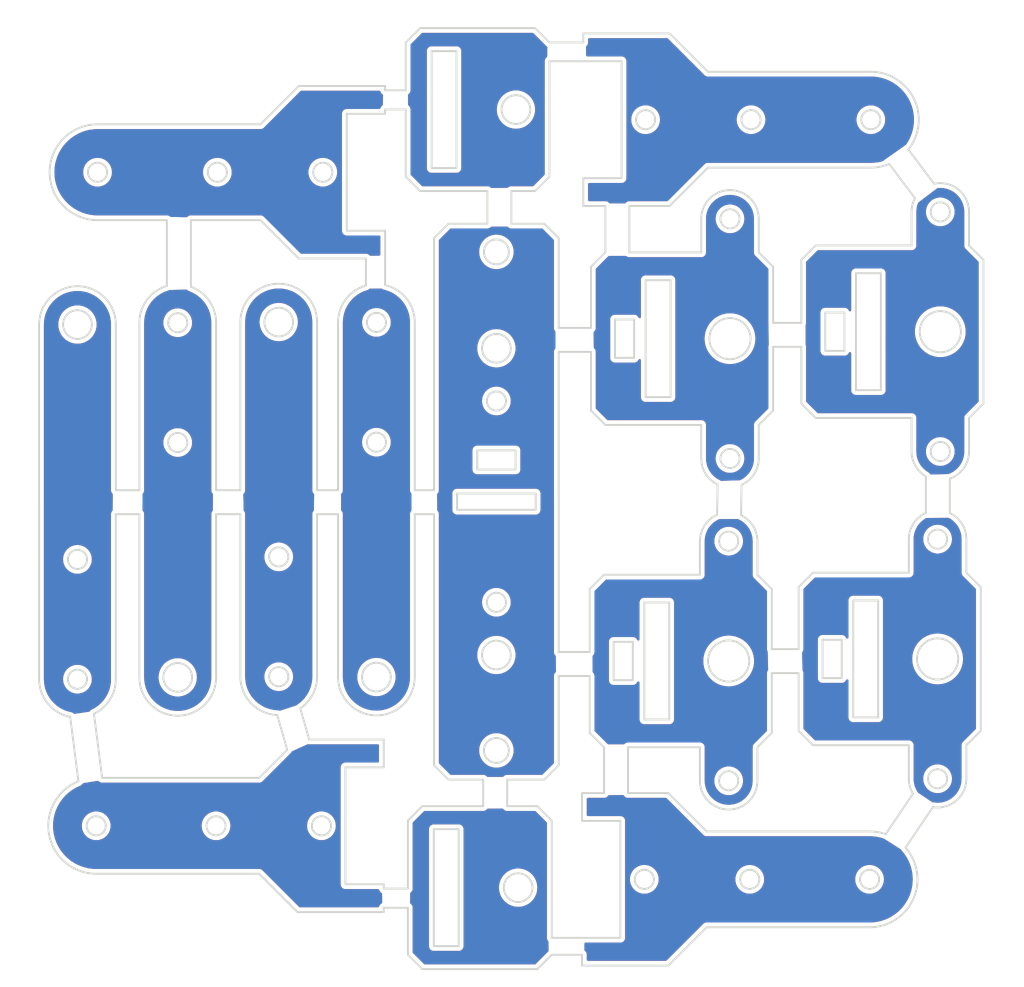
<source format=kicad_pcb>
(kicad_pcb (version 20240108) (generator "pcbnew") (generator_version "8.0")
  (layers (0 "F.Cu" signal) (31 "B.Cu" signal) (34 "B.Paste" user) (35 "F.Paste" user) (36 "B.SilkS" user "B.Silkscreen") (37 "F.SilkS" user "F.Silkscreen") (38 "B.Mask" user) (39 "F.Mask" user) (44 "Edge.Cuts" user))
  (net 0 "")
  (gr_line (start 125.236735 60.799989) (end 125.236635 72.999989) (stroke (width 0.2)) (layer "Edge.Cuts"))
  (gr_circle (center 165.081101 117.889912) (end 167.231101 117.889912) (stroke (width 0.2)) (fill none) (layer "Edge.Cuts"))
  (gr_line (start 147.348989 73.765765) (end 147.348913 83.143153) (stroke (width 0.2)) (layer "Edge.Cuts"))
  (gr_line (start 131.388075 53.360657) (end 131.388034 58.350039) (stroke (width 0.2)) (layer "Edge.Cuts"))
  (gr_line (start 149.913615 52.418484) (end 149.913607 53.360779) (stroke (width 0.2)) (layer "Edge.Cuts"))
  (gr_circle (center 107.602102 95.099617) (end 108.602102 95.099617) (stroke (width 0.2)) (fill none) (layer "Edge.Cuts"))
  (gr_line (start 149.780333 148.536892) (end 149.780324 149.670884) (stroke (width 0.2)) (layer "Edge.Cuts"))
  (gr_arc (start 111.601902 119.59965) (mid 107.601869 123.599617) (end 103.601902 119.599584) (stroke (width 0.2)) (layer "Edge.Cuts"))
  (gr_line (start 133.117436 133.036756) (end 139.472186 133.036808) (stroke (width 0.2)) (layer "Edge.Cuts"))
  (gr_circle (center 128.332265 95.066638) (end 129.332265 95.066638) (stroke (width 0.2)) (fill none) (layer "Edge.Cuts"))
  (gr_line (start 174.879245 115.675942) (end 174.879212 119.675942) (stroke (width 0.2)) (layer "Edge.Cuts"))
  (gr_line (start 183.879127 130.176015) (end 183.879126 130.176015) (stroke (width 0.2)) (layer "Edge.Cuts"))
  (gr_line (start 162.218535 96.762063) (end 162.218534 96.762063) (stroke (width 0.2)) (layer "Edge.Cuts"))
  (gr_line (start 153.913491 67.518516) (end 153.913591 55.318516) (stroke (width 0.2)) (layer "Edge.Cuts"))
  (gr_line (start 129.236755 58.350021) (end 129.236758 57.900021) (stroke (width 0.2)) (layer "Edge.Cuts"))
  (gr_line (start 191.659991 91.036357) (end 191.660113 76.036357) (stroke (width 0.2)) (layer "Edge.Cuts"))
  (gr_arc (start 179.913584 56.418728) (mid 184.417523 59.247518) (end 183.825202 64.533034) (stroke (width 0.2)) (layer "Edge.Cuts"))
  (gr_line (start 178.360102 77.436248) (end 178.360002 89.636248) (stroke (width 0.2)) (layer "Edge.Cuts"))
  (gr_line (start 190.159979 92.536345) (end 191.659991 91.036357) (stroke (width 0.2)) (layer "Edge.Cuts"))
  (gr_circle (center 167.280397 140.671027) (end 168.280397 140.671027) (stroke (width 0.2)) (fill none) (layer "Edge.Cuts"))
  (gr_line (start 155.081085 119.88983) (end 155.081118 115.88983) (stroke (width 0.2)) (layer "Edge.Cuts"))
  (gr_line (start 122.139124 82.529918) (end 122.138981 100.072932) (stroke (width 0.2)) (layer "Edge.Cuts"))
  (gr_line (start 101.139859 100.072932) (end 101.14 82.790066) (stroke (width 0.2)) (layer "Edge.Cuts"))
  (gr_line (start 150.718698 76.76197) (end 152.21871 75.261982) (stroke (width 0.2)) (layer "Edge.Cuts"))
  (gr_line (start 149.913468 70.418484) (end 149.913491 67.518484) (stroke (width 0.2)) (layer "Edge.Cuts"))
  (gr_line (start 184.159979 92.536296) (end 174.159979 92.536214) (stroke (width 0.2)) (layer "Edge.Cuts"))
  (gr_line (start 162.218534 96.762063) (end 162.218563 93.262064) (stroke (width 0.2)) (layer "Edge.Cuts"))
  (gr_line (start 181.457353 135.960737) (end 184.315799 131.734677) (stroke (width 0.2)) (layer "Edge.Cuts"))
  (gr_line (start 172.379167 125.175921) (end 172.379216 119.153283) (stroke (width 0.2)) (layer "Edge.Cuts"))
  (gr_line (start 108.968624 71.899856) (end 108.968624 78.840244) (stroke (width 0.2)) (layer "Edge.Cuts"))
  (gr_arc (start 166.374449 102.682974) (mid 167.618899 103.789881) (end 168.081203 105.389936) (stroke (width 0.2)) (layer "Edge.Cuts"))
  (gr_line (start 142.405142 68.860747) (end 142.405142 72.265724) (stroke (width 0.2)) (layer "Edge.Cuts"))
  (gr_line (start 111.602041 102.572932) (end 111.601902 119.59965) (stroke (width 0.2)) (layer "Edge.Cuts"))
  (gr_line (start 111.602204 82.599648) (end 111.602062 100.072932) (stroke (width 0.2)) (layer "Edge.Cuts"))
  (gr_circle (center 165.080999 130.389912) (end 166.080999 130.389912) (stroke (width 0.2)) (fill none) (layer "Edge.Cuts"))
  (gr_line (start 156.281151 111.78984) (end 156.281052 123.98984) (stroke (width 0.2)) (layer "Edge.Cuts"))
  (gr_line (start 136.687968 66.4607) (end 136.688067 54.2607) (stroke (width 0.2)) (layer "Edge.Cuts"))
  (gr_line (start 153.218653 82.26199) (end 153.21862 86.26199) (stroke (width 0.2)) (layer "Edge.Cuts"))
  (gr_line (start 114.138822 119.529853) (end 114.13896 102.572932) (stroke (width 0.2)) (layer "Edge.Cuts"))
  (gr_line (start 141.972186 130.265721) (end 141.972186 133.036829) (stroke (width 0.2)) (layer "Edge.Cuts"))
  (gr_line (start 147.348637 116.95407) (end 150.581101 116.95407) (stroke (width 0.2)) (layer "Edge.Cuts"))
  (gr_line (start 146.617309 148.536867) (end 149.780333 148.536892) (stroke (width 0.2)) (layer "Edge.Cuts"))
  (gr_line (start 129.096256 141.186082) (end 129.096252 141.636082) (stroke (width 0.2)) (layer "Edge.Cuts"))
  (gr_arc (start 168.218534 96.762113) (mid 167.73043 98.402325) (end 166.424972 99.508814) (stroke (width 0.2)) (layer "Edge.Cuts"))
  (gr_line (start 162.081028 126.889887) (end 154.581028 126.889826) (stroke (width 0.2)) (layer "Edge.Cuts"))
  (gr_line (start 147.348913 83.143153) (end 150.718636 83.143153) (stroke (width 0.2)) (layer "Edge.Cuts"))
  (gr_line (start 149.780471 131.670884) (end 152.080989 131.670903) (stroke (width 0.2)) (layer "Edge.Cuts"))
  (gr_line (start 158.881151 111.789861) (end 156.281151 111.78984) (stroke (width 0.2)) (layer "Edge.Cuts"))
  (gr_line (start 139.472186 130.2657) (end 135.848528 130.265671) (stroke (width 0.2)) (layer "Edge.Cuts"))
  (gr_line (start 169.718575 91.762125) (end 168.218563 93.262113) (stroke (width 0.2)) (layer "Edge.Cuts"))
  (gr_line (start 129.236611 75.900021) (end 129.236589 78.670183) (stroke (width 0.2)) (layer "Edge.Cuts"))
  (gr_line (start 125.096256 141.186049) (end 129.096256 141.186082) (stroke (width 0.2)) (layer "Edge.Cuts"))
  (gr_line (start 99.096264 140.085837) (end 116.096265 140.085976) (stroke (width 0.2)) (layer "Edge.Cuts"))
  (gr_line (start 154.581028 126.889826) (end 154.580989 131.670923) (stroke (width 0.2)) (layer "Edge.Cuts"))
  (gr_line (start 134.088067 54.260679) (end 134.087968 66.460679) (stroke (width 0.2)) (layer "Edge.Cuts"))
  (gr_circle (center 167.413541 61.418627) (end 168.413541 61.418627) (stroke (width 0.2)) (fill none) (layer "Edge.Cuts"))
  (gr_line (start 136.917317 147.636787) (end 136.917416 135.436787) (stroke (width 0.2)) (layer "Edge.Cuts"))
  (gr_line (start 162.218563 93.262064) (end 152.218563 93.261982) (stroke (width 0.2)) (layer "Edge.Cuts"))
  (gr_line (start 153.081118 115.889814) (end 153.081085 119.889814) (stroke (width 0.2)) (layer "Edge.Cuts"))
  (gr_line (start 134.34854 128.765659) (end 134.348754 102.572932) (stroke (width 0.2)) (layer "Edge.Cuts"))
  (gr_line (start 136.688067 54.2607) (end 134.088067 54.260679) (stroke (width 0.2)) (layer "Edge.Cuts"))
  (gr_line (start 183.879302 108.676015) (end 183.87933 105.176019) (stroke (width 0.2)) (layer "Edge.Cuts"))
  (gr_line (start 129.096252 141.636082) (end 131.617366 141.636103) (stroke (width 0.2)) (layer "Edge.Cuts"))
  (gr_line (start 98.861712 123.400388) (end 99.716902 130.085842) (stroke (width 0.2)) (layer "Edge.Cuts"))
  (gr_line (start 142.848792 97.915728) (end 142.848809 95.915728) (stroke (width 0.2)) (layer "Edge.Cuts"))
  (gr_circle (center 107.601902 119.599617) (end 109.101902 119.599617) (stroke (width 0.2)) (fill none) (layer "Edge.Cuts"))
  (gr_circle (center 140.848978 75.209473) (end 142.148978 75.209473) (stroke (width 0.2)) (fill none) (layer "Edge.Cuts"))
  (gr_arc (start 185.652188 98.629898) (mid 184.559628 97.532423) (end 184.15995 96.036295) (stroke (width 0.2)) (layer "Edge.Cuts"))
  (gr_line (start 158.913615 52.418557) (end 149.913615 52.418484) (stroke (width 0.2)) (layer "Edge.Cuts"))
  (gr_line (start 120.096232 144.086009) (end 129.096232 144.086082) (stroke (width 0.2)) (layer "Edge.Cuts"))
  (gr_line (start 152.218563 93.261982) (end 150.718554 91.761948) (stroke (width 0.2)) (layer "Edge.Cuts"))
  (gr_arc (start 93.14 82.79) (mid 97.140033 78.790033) (end 101.14 82.790066) (stroke (width 0.2)) (layer "Edge.Cuts"))
  (gr_line (start 191.379167 125.176076) (end 191.37929 110.176076) (stroke (width 0.2)) (layer "Edge.Cuts"))
  (gr_line (start 172.660113 76.036202) (end 172.66006 82.613478) (stroke (width 0.2)) (layer "Edge.Cuts"))
  (gr_circle (center 187.160052 83.53632) (end 189.310052 83.53632) (stroke (width 0.2)) (fill none) (layer "Edge.Cuts"))
  (gr_arc (start 162.081203 105.389889) (mid 162.569306 103.749676) (end 163.874765 102.643186) (stroke (width 0.2)) (layer "Edge.Cuts"))
  (gr_line (start 162.780356 145.670991) (end 179.780356 145.671129) (stroke (width 0.2)) (layer "Edge.Cuts"))
  (gr_arc (start 129.236589 78.670183) (mid 131.464221 80.078368) (end 132.332367 82.566671) (stroke (width 0.2)) (layer "Edge.Cuts"))
  (gr_line (start 136.748758 102.115678) (end 144.948758 102.115745) (stroke (width 0.2)) (layer "Edge.Cuts"))
  (gr_circle (center 97.14 82.790033) (end 98.64 82.790033) (stroke (width 0.2)) (fill none) (layer "Edge.Cuts"))
  (gr_circle (center 143.117367 141.536838) (end 144.617367 141.536838) (stroke (width 0.2)) (fill none) (layer "Edge.Cuts"))
  (gr_line (start 183.825202 64.533034) (end 186.517341 68.105999) (stroke (width 0.2)) (layer "Edge.Cuts"))
  (gr_line (start 132.887948 68.860669) (end 131.38796 67.360657) (stroke (width 0.2)) (layer "Edge.Cuts"))
  (gr_line (start 122.13896 102.572932) (end 122.138822 119.529918) (stroke (width 0.2)) (layer "Edge.Cuts"))
  (gr_line (start 156.418686 78.162016) (end 156.418587 90.362016) (stroke (width 0.2)) (layer "Edge.Cuts"))
  (gr_line (start 134.087968 66.460679) (end 136.687968 66.4607) (stroke (width 0.2)) (layer "Edge.Cuts"))
  (gr_arc (start 168.080999 130.389937) (mid 165.080974 133.389912) (end 162.080999 130.389887) (stroke (width 0.2)) (layer "Edge.Cuts"))
  (gr_line (start 144.888087 51.860767) (end 132.888087 51.860669) (stroke (width 0.2)) (layer "Edge.Cuts"))
  (gr_circle (center 99.096305 135.085837) (end 100.096305 135.085837) (stroke (width 0.2)) (fill none) (layer "Edge.Cuts"))
  (gr_line (start 152.081028 126.889805) (end 150.581023 125.389776) (stroke (width 0.2)) (layer "Edge.Cuts"))
  (gr_line (start 147.348616 119.45407) (end 147.34854 128.765765) (stroke (width 0.2)) (layer "Edge.Cuts"))
  (gr_line (start 131.38796 67.360657) (end 131.388017 60.350039) (stroke (width 0.2)) (layer "Edge.Cuts"))
  (gr_circle (center 111.736685 66.899879) (end 112.736685 66.899879) (stroke (width 0.2)) (fill none) (layer "Edge.Cuts"))
  (gr_line (start 145.117436 133.036854) (end 146.617424 134.536867) (stroke (width 0.2)) (layer "Edge.Cuts"))
  (gr_line (start 190.160126 74.536344) (end 190.160154 71.036342) (stroke (width 0.2)) (layer "Edge.Cuts"))
  (gr_line (start 174.159979 92.536214) (end 172.659991 91.036202) (stroke (width 0.2)) (layer "Edge.Cuts"))
  (gr_line (start 142.405142 72.265724) (end 145.849002 72.265752) (stroke (width 0.2)) (layer "Edge.Cuts"))
  (gr_line (start 183.528144 137.361389) (end 186.386588 133.135331) (stroke (width 0.2)) (layer "Edge.Cuts"))
  (gr_circle (center 118.138822 119.529885) (end 119.138822 119.529885) (stroke (width 0.2)) (fill none) (layer "Edge.Cuts"))
  (gr_line (start 99.236643 71.899777) (end 106.468624 71.899836) (stroke (width 0.2)) (layer "Edge.Cuts"))
  (gr_line (start 169.581163 110.389948) (end 169.581111 116.653283) (stroke (width 0.2)) (layer "Edge.Cuts"))
  (gr_line (start 153.21862 86.26199) (end 155.21862 86.262006) (stroke (width 0.2)) (layer "Edge.Cuts"))
  (gr_arc (start 181.828537 66.037472) (mid 180.889812 66.322493) (end 179.913503 66.418729) (stroke (width 0.2)) (layer "Edge.Cuts"))
  (gr_line (start 129.236755 58.350021) (end 131.388034 58.350039) (stroke (width 0.2)) (layer "Edge.Cuts"))
  (gr_line (start 155.21862 86.262006) (end 155.218653 82.262006) (stroke (width 0.2)) (layer "Edge.Cuts"))
  (gr_line (start 153.780347 146.770917) (end 153.780447 134.570917) (stroke (width 0.2)) (layer "Edge.Cuts"))
  (gr_line (start 135.848528 130.265671) (end 134.34854 128.765659) (stroke (width 0.2)) (layer "Edge.Cuts"))
  (gr_line (start 146.388059 55.318484) (end 146.38796 67.360779) (stroke (width 0.2)) (layer "Edge.Cuts"))
  (gr_line (start 175.160069 81.536222) (end 175.160036 85.536222) (stroke (width 0.2)) (layer "Edge.Cuts"))
  (gr_line (start 179.913584 56.418728) (end 162.913582 56.418589) (stroke (width 0.2)) (layer "Edge.Cuts"))
  (gr_line (start 99.716902 130.085842) (end 116.096347 130.085975) (stroke (width 0.2)) (layer "Edge.Cuts"))
  (gr_line (start 158.780324 149.670958) (end 162.780356 145.670991) (stroke (width 0.2)) (layer "Edge.Cuts"))
  (gr_line (start 132.332367 82.566671) (end 132.332224 100.072932) (stroke (width 0.2)) (layer "Edge.Cuts"))
  (gr_arc (start 122.138822 119.529918) (mid 121.673863 121.401645) (end 120.387106 122.838239) (stroke (width 0.2)) (layer "Edge.Cuts"))
  (gr_line (start 150.718636 83.143153) (end 150.718698 76.76197) (stroke (width 0.2)) (layer "Edge.Cuts"))
  (gr_line (start 122.138981 100.072932) (end 124.332224 100.072932) (stroke (width 0.2)) (layer "Edge.Cuts"))
  (gr_arc (start 163.925289 99.469027) (mid 162.680838 98.362119) (end 162.218535 96.762063) (stroke (width 0.2)) (layer "Edge.Cuts"))
  (gr_circle (center 187.160154 71.03632) (end 188.160154 71.03632) (stroke (width 0.2)) (fill none) (layer "Edge.Cuts"))
  (gr_line (start 124.332203 102.572932) (end 122.13896 102.572932) (stroke (width 0.2)) (layer "Edge.Cuts"))
  (gr_arc (start 114.139124 82.529852) (mid 118.139157 78.529885) (end 122.139124 82.529918) (stroke (width 0.2)) (layer "Edge.Cuts"))
  (gr_arc (start 188.152188 102.459456) (mid 189.410994 103.56648) (end 189.87933 105.176063) (stroke (width 0.2)) (layer "Edge.Cuts"))
  (gr_circle (center 140.848553 127.22195) (end 142.148553 127.22195) (stroke (width 0.2)) (fill none) (layer "Edge.Cuts"))
  (gr_line (start 169.718629 85.113478) (end 169.718575 91.762125) (stroke (width 0.2)) (layer "Edge.Cuts"))
  (gr_line (start 158.913468 70.418557) (end 162.9135 66.41859) (stroke (width 0.2)) (layer "Edge.Cuts"))
  (gr_line (start 162.9135 66.41859) (end 179.913503 66.418729) (stroke (width 0.2)) (layer "Edge.Cuts"))
  (gr_line (start 129.236758 57.900021) (end 120.236758 57.899948) (stroke (width 0.2)) (layer "Edge.Cuts"))
  (gr_line (start 125.236635 72.999989) (end 129.236635 73.000021) (stroke (width 0.2)) (layer "Edge.Cuts"))
  (gr_line (start 134.348775 100.072932) (end 134.348989 73.765659) (stroke (width 0.2)) (layer "Edge.Cuts"))
  (gr_circle (center 186.879228 117.67604) (end 189.029228 117.67604) (stroke (width 0.2)) (fill none) (layer "Edge.Cuts"))
  (gr_line (start 152.21871 75.261982) (end 152.218749 70.418502) (stroke (width 0.2)) (layer "Edge.Cuts"))
  (gr_line (start 155.218653 82.262006) (end 153.218653 82.26199) (stroke (width 0.2)) (layer "Edge.Cuts"))
  (gr_circle (center 165.218738 71.762088) (end 166.218738 71.762088) (stroke (width 0.2)) (fill none) (layer "Edge.Cuts"))
  (gr_line (start 172.66006 82.613478) (end 169.71865 82.613478) (stroke (width 0.2)) (layer "Edge.Cuts"))
  (gr_line (start 142.848809 95.915728) (end 138.848809 95.915695) (stroke (width 0.2)) (layer "Edge.Cuts"))
  (gr_line (start 178.079179 123.775968) (end 180.679179 123.775989) (stroke (width 0.2)) (layer "Edge.Cuts"))
  (gr_arc (start 132.332065 119.56667) (mid 128.332033 123.566638) (end 124.332065 119.566606) (stroke (width 0.2)) (layer "Edge.Cuts"))
  (gr_circle (center 97.1398 107.290033) (end 98.1398 107.290033) (stroke (width 0.2)) (fill none) (layer "Edge.Cuts"))
  (gr_line (start 145.848528 130.265752) (end 141.972186 130.265721) (stroke (width 0.2)) (layer "Edge.Cuts"))
  (gr_line (start 152.080989 131.670903) (end 152.081028 126.889805) (stroke (width 0.2)) (layer "Edge.Cuts"))
  (gr_line (start 134.348989 73.765659) (end 135.849002 72.265671) (stroke (width 0.2)) (layer "Edge.Cuts"))
  (gr_line (start 158.780471 131.670958) (end 162.780438 135.67099) (stroke (width 0.2)) (layer "Edge.Cuts"))
  (gr_line (start 153.081085 119.889814) (end 155.081085 119.88983) (stroke (width 0.2)) (layer "Edge.Cuts"))
  (gr_circle (center 97.139698 119.790033) (end 98.139698 119.790033) (stroke (width 0.2)) (fill none) (layer "Edge.Cuts"))
  (gr_line (start 129.236738 60.350022) (end 129.236735 60.800021) (stroke (width 0.2)) (layer "Edge.Cuts"))
  (gr_line (start 191.37929 110.176076) (end 189.879302 108.676064) (stroke (width 0.2)) (layer "Edge.Cuts"))
  (gr_line (start 139.472186 133.036808) (end 139.472186 130.2657) (stroke (width 0.2)) (layer "Edge.Cuts"))
  (gr_line (start 116.236644 71.899916) (end 108.968624 71.899856) (stroke (width 0.2)) (layer "Edge.Cuts"))
  (gr_line (start 114.13896 102.572932) (end 111.602041 102.572932) (stroke (width 0.2)) (layer "Edge.Cuts"))
  (gr_line (start 189.879302 108.676064) (end 189.87933 105.176063) (stroke (width 0.2)) (layer "Edge.Cuts"))
  (gr_line (start 185.652188 102.438502) (end 185.652188 98.629898) (stroke (width 0.2)) (layer "Edge.Cuts"))
  (gr_line (start 134.317416 135.436766) (end 134.317317 147.636766) (stroke (width 0.2)) (layer "Edge.Cuts"))
  (gr_line (start 162.913582 56.418589) (end 158.913615 52.418557) (stroke (width 0.2)) (layer "Edge.Cuts"))
  (gr_line (start 129.236635 73.000021) (end 129.236611 75.900021) (stroke (width 0.2)) (layer "Edge.Cuts"))
  (gr_line (start 176.879245 115.675958) (end 174.879245 115.675942) (stroke (width 0.2)) (layer "Edge.Cuts"))
  (gr_line (start 129.236735 60.800021) (end 125.236735 60.799989) (stroke (width 0.2)) (layer "Edge.Cuts"))
  (gr_arc (start 162.218738 71.762064) (mid 165.218762 68.762088) (end 168.218738 71.762112) (stroke (width 0.2)) (layer "Edge.Cuts"))
  (gr_line (start 144.948772 100.415745) (end 136.748772 100.415678) (stroke (width 0.2)) (layer "Edge.Cuts"))
  (gr_line (start 103.602041 102.572932) (end 101.139838 102.572932) (stroke (width 0.2)) (layer "Edge.Cuts"))
  (gr_line (start 172.659991 91.036202) (end 172.660039 85.113478) (stroke (width 0.2)) (layer "Edge.Cuts"))
  (gr_line (start 172.379237 116.653283) (end 172.37929 110.175921) (stroke (width 0.2)) (layer "Edge.Cuts"))
  (gr_line (start 150.581078 119.45407) (end 147.348616 119.45407) (stroke (width 0.2)) (layer "Edge.Cuts"))
  (gr_line (start 103.602204 82.599584) (end 103.602062 100.072932) (stroke (width 0.2)) (layer "Edge.Cuts"))
  (gr_line (start 156.418587 90.362016) (end 159.018587 90.362037) (stroke (width 0.2)) (layer "Edge.Cuts"))
  (gr_line (start 116.096265 140.085976) (end 120.096232 144.086009) (stroke (width 0.2)) (layer "Edge.Cuts"))
  (gr_circle (center 186.87933 105.17604) (end 187.87933 105.17604) (stroke (width 0.2)) (fill none) (layer "Edge.Cuts"))
  (gr_line (start 176.879212 119.675958) (end 176.879245 115.675958) (stroke (width 0.2)) (layer "Edge.Cuts"))
  (gr_line (start 156.281052 123.98984) (end 158.881052 123.989861) (stroke (width 0.2)) (layer "Edge.Cuts"))
  (gr_arc (start 124.332367 82.566605) (mid 125.139955 80.156554) (end 127.236588 78.719658) (stroke (width 0.2)) (layer "Edge.Cuts"))
  (gr_line (start 150.581101 116.95407) (end 150.581163 110.389793) (stroke (width 0.2)) (layer "Edge.Cuts"))
  (gr_line (start 120.387106 122.838239) (end 121.317731 126.086019) (stroke (width 0.2)) (layer "Edge.Cuts"))
  (gr_arc (start 99.236643 71.899777) (mid 94.236684 66.899736) (end 99.236725 61.899776) (stroke (width 0.2)) (layer "Edge.Cuts"))
  (gr_circle (center 142.888017 60.360751) (end 144.388017 60.360751) (stroke (width 0.2)) (fill none) (layer "Edge.Cuts"))
  (gr_line (start 178.079278 111.575968) (end 178.079179 123.775968) (stroke (width 0.2)) (layer "Edge.Cuts"))
  (gr_line (start 169.58104 125.389948) (end 168.081028 126.889936) (stroke (width 0.2)) (layer "Edge.Cuts"))
  (gr_line (start 121.317731 126.086019) (end 129.096379 126.086082) (stroke (width 0.2)) (layer "Edge.Cuts"))
  (gr_arc (start 117.983824 123.526881) (mid 115.256105 122.302959) (end 114.138822 119.529853) (stroke (width 0.2)) (layer "Edge.Cuts"))
  (gr_line (start 146.38796 67.360779) (end 144.887948 68.860767) (stroke (width 0.2)) (layer "Edge.Cuts"))
  (gr_circle (center 186.879126 130.17604) (end 187.879126 130.17604) (stroke (width 0.2)) (fill none) (layer "Edge.Cuts"))
  (gr_line (start 129.096236 143.636082) (end 131.617349 143.636103) (stroke (width 0.2)) (layer "Edge.Cuts"))
  (gr_line (start 154.718749 70.418523) (end 158.913468 70.418557) (stroke (width 0.2)) (layer "Edge.Cuts"))
  (gr_circle (center 140.848679 111.765712) (end 141.848679 111.765712) (stroke (width 0.2)) (fill none) (layer "Edge.Cuts"))
  (gr_arc (start 99.096264 140.085837) (mid 94.186236 136.029883) (end 97.242134 130.442342) (stroke (width 0.2)) (layer "Edge.Cuts"))
  (gr_circle (center 107.602204 82.599617) (end 108.602204 82.599617) (stroke (width 0.2)) (fill none) (layer "Edge.Cuts"))
  (gr_circle (center 156.280397 140.670937) (end 157.280397 140.670937) (stroke (width 0.2)) (fill none) (layer "Edge.Cuts"))
  (gr_line (start 147.34854 128.765765) (end 145.848528 130.265752) (stroke (width 0.2)) (layer "Edge.Cuts"))
  (gr_line (start 152.218749 70.418502) (end 149.913468 70.418484) (stroke (width 0.2)) (layer "Edge.Cuts"))
  (gr_circle (center 118.139124 82.529885) (end 119.639124 82.529885) (stroke (width 0.2)) (fill none) (layer "Edge.Cuts"))
  (gr_circle (center 140.848896 85.265712) (end 142.348896 85.265712) (stroke (width 0.2)) (fill none) (layer "Edge.Cuts"))
  (gr_line (start 153.780447 134.570917) (end 149.780447 134.570884) (stroke (width 0.2)) (layer "Edge.Cuts"))
  (gr_line (start 139.905142 72.265704) (end 139.905142 68.860726) (stroke (width 0.2)) (layer "Edge.Cuts"))
  (gr_circle (center 165.081203 105.389912) (end 166.081203 105.389912) (stroke (width 0.2)) (fill none) (layer "Edge.Cuts"))
  (gr_line (start 155.081118 115.88983) (end 153.081118 115.889814) (stroke (width 0.2)) (layer "Edge.Cuts"))
  (gr_line (start 150.581023 125.389776) (end 150.581078 119.45407) (stroke (width 0.2)) (layer "Edge.Cuts"))
  (gr_line (start 146.617324 146.770858) (end 149.780347 146.770884) (stroke (width 0.2)) (layer "Edge.Cuts"))
  (gr_line (start 168.081203 105.389936) (end 168.081175 108.889936) (stroke (width 0.2)) (layer "Edge.Cuts"))
  (gr_line (start 136.748772 100.415678) (end 136.748758 102.115678) (stroke (width 0.2)) (layer "Edge.Cuts"))
  (gr_line (start 169.71865 82.613478) (end 169.718698 76.762125) (stroke (width 0.2)) (layer "Edge.Cuts"))
  (gr_line (start 144.948758 102.115745) (end 144.948772 100.415745) (stroke (width 0.2)) (layer "Edge.Cuts"))
  (gr_line (start 172.379216 119.153283) (end 169.581091 119.153283) (stroke (width 0.2)) (layer "Edge.Cuts"))
  (gr_circle (center 165.218636 84.262088) (end 167.368636 84.262088) (stroke (width 0.2)) (fill none) (layer "Edge.Cuts"))
  (gr_line (start 162.21871 75.262063) (end 154.71871 75.262002) (stroke (width 0.2)) (layer "Edge.Cuts"))
  (gr_line (start 141.972186 133.036829) (end 145.117436 133.036854) (stroke (width 0.2)) (layer "Edge.Cuts"))
  (gr_line (start 120.236758 57.899948) (end 116.236726 61.899915) (stroke (width 0.2)) (layer "Edge.Cuts"))
  (gr_line (start 184.15995 96.036295) (end 184.159979 92.536296) (stroke (width 0.2)) (layer "Edge.Cuts"))
  (gr_line (start 150.718612 85.643153) (end 147.348892 85.643153) (stroke (width 0.2)) (layer "Edge.Cuts"))
  (gr_line (start 127.236588 78.719658) (end 127.236611 75.900005) (stroke (width 0.2)) (layer "Edge.Cuts"))
  (gr_line (start 103.601902 119.599584) (end 103.602041 102.572932) (stroke (width 0.2)) (layer "Edge.Cuts"))
  (gr_line (start 145.117297 150.036854) (end 146.617309 148.536867) (stroke (width 0.2)) (layer "Edge.Cuts"))
  (gr_line (start 145.849002 72.265752) (end 147.348989 73.765765) (stroke (width 0.2)) (layer "Edge.Cuts"))
  (gr_line (start 149.913491 67.518484) (end 153.913491 67.518516) (stroke (width 0.2)) (layer "Edge.Cuts"))
  (gr_line (start 154.580989 131.670923) (end 158.780471 131.670958) (stroke (width 0.2)) (layer "Edge.Cuts"))
  (gr_line (start 127.236611 75.900005) (end 120.236611 75.899948) (stroke (width 0.2)) (layer "Edge.Cuts"))
  (gr_circle (center 140.848851 90.765712) (end 141.848851 90.765712) (stroke (width 0.2)) (fill none) (layer "Edge.Cuts"))
  (gr_line (start 146.388075 53.360779) (end 149.913607 53.360779) (stroke (width 0.2)) (layer "Edge.Cuts"))
  (gr_line (start 131.617366 141.636103) (end 131.617424 134.536744) (stroke (width 0.2)) (layer "Edge.Cuts"))
  (gr_circle (center 118.138924 107.029885) (end 119.138924 107.029885) (stroke (width 0.2)) (fill none) (layer "Edge.Cuts"))
  (gr_line (start 106.468624 71.899836) (end 106.468624 78.763605) (stroke (width 0.2)) (layer "Edge.Cuts"))
  (gr_circle (center 122.596305 135.086029) (end 123.596305 135.086029) (stroke (width 0.2)) (fill none) (layer "Edge.Cuts"))
  (gr_arc (start 96.381918 123.717599) (mid 94.054957 122.336476) (end 93.139698 119.789999) (stroke (width 0.2)) (layer "Edge.Cuts"))
  (gr_line (start 138.848809 95.915695) (end 138.848792 97.915695) (stroke (width 0.2)) (layer "Edge.Cuts"))
  (gr_circle (center 128.332065 119.566638) (end 129.832065 119.566638) (stroke (width 0.2)) (fill none) (layer "Edge.Cuts"))
  (gr_line (start 134.317317 147.636766) (end 136.917317 147.636787) (stroke (width 0.2)) (layer "Edge.Cuts"))
  (gr_line (start 135.849002 72.265671) (end 139.905142 72.265704) (stroke (width 0.2)) (layer "Edge.Cuts"))
  (gr_line (start 132.888087 51.860669) (end 131.388075 53.360657) (stroke (width 0.2)) (layer "Edge.Cuts"))
  (gr_arc (start 183.87933 105.176019) (mid 184.361259 103.5453) (end 185.652188 102.438502) (stroke (width 0.2)) (layer "Edge.Cuts"))
  (gr_line (start 166.424972 99.508814) (end 166.374449 102.682974) (stroke (width 0.2)) (layer "Edge.Cuts"))
  (gr_line (start 138.848792 97.915695) (end 142.848792 97.915728) (stroke (width 0.2)) (layer "Edge.Cuts"))
  (gr_line (start 125.096355 128.986049) (end 125.096256 141.186049) (stroke (width 0.2)) (layer "Edge.Cuts"))
  (gr_arc (start 186.517341 68.105999) (mid 189.040531 68.698759) (end 190.160154 71.036342) (stroke (width 0.2)) (layer "Edge.Cuts"))
  (gr_circle (center 187.15995 96.03632) (end 188.15995 96.03632) (stroke (width 0.2)) (fill none) (layer "Edge.Cuts"))
  (gr_line (start 97.242134 130.442342) (end 96.381918 123.717599) (stroke (width 0.2)) (layer "Edge.Cuts"))
  (gr_line (start 174.879212 119.675942) (end 176.879212 119.675958) (stroke (width 0.2)) (layer "Edge.Cuts"))
  (gr_arc (start 184.160154 71.036301) (mid 184.251683 70.300933) (end 184.520676 69.610435) (stroke (width 0.2)) (layer "Edge.Cuts"))
  (gr_line (start 158.881052 123.989861) (end 158.881151 111.789861) (stroke (width 0.2)) (layer "Edge.Cuts"))
  (gr_line (start 116.236726 61.899915) (end 99.236725 61.899776) (stroke (width 0.2)) (layer "Edge.Cuts"))
  (gr_line (start 180.960102 77.43627) (end 178.360102 77.436248) (stroke (width 0.2)) (layer "Edge.Cuts"))
  (gr_line (start 124.332224 100.072932) (end 124.332367 82.566605) (stroke (width 0.2)) (layer "Edge.Cuts"))
  (gr_line (start 131.617424 134.536744) (end 133.117436 133.036756) (stroke (width 0.2)) (layer "Edge.Cuts"))
  (gr_line (start 150.718554 91.761948) (end 150.718612 85.643153) (stroke (width 0.2)) (layer "Edge.Cuts"))
  (gr_line (start 146.617424 134.536867) (end 146.617324 146.770858) (stroke (width 0.2)) (layer "Edge.Cuts"))
  (gr_circle (center 111.596305 135.085939) (end 112.596305 135.085939) (stroke (width 0.2)) (fill none) (layer "Edge.Cuts"))
  (gr_line (start 131.388017 60.350039) (end 129.236738 60.350022) (stroke (width 0.2)) (layer "Edge.Cuts"))
  (gr_line (start 180.679278 111.575989) (end 178.079278 111.575968) (stroke (width 0.2)) (layer "Edge.Cuts"))
  (gr_line (start 184.160126 74.536295) (end 174.160126 74.536214) (stroke (width 0.2)) (layer "Edge.Cuts"))
  (gr_line (start 163.874765 102.643186) (end 163.925289 99.469027) (stroke (width 0.2)) (layer "Edge.Cuts"))
  (gr_line (start 188.152188 102.459456) (end 188.152188 98.867478) (stroke (width 0.2)) (layer "Edge.Cuts"))
  (gr_line (start 181.828537 66.037472) (end 184.520676 69.610435) (stroke (width 0.2)) (layer "Edge.Cuts"))
  (gr_line (start 190.15995 96.036347) (end 190.159979 92.536345) (stroke (width 0.2)) (layer "Edge.Cuts"))
  (gr_line (start 169.581111 116.653283) (end 172.379237 116.653283) (stroke (width 0.2)) (layer "Edge.Cuts"))
  (gr_line (start 180.960002 89.63627) (end 180.960102 77.43627) (stroke (width 0.2)) (layer "Edge.Cuts"))
  (gr_line (start 184.160154 71.036301) (end 184.160126 74.536295) (stroke (width 0.2)) (layer "Edge.Cuts"))
  (gr_line (start 177.160069 81.536239) (end 175.160069 81.536222) (stroke (width 0.2)) (layer "Edge.Cuts"))
  (gr_line (start 149.913591 55.318484) (end 146.388059 55.318484) (stroke (width 0.2)) (layer "Edge.Cuts"))
  (gr_arc (start 183.528144 137.361389) (mid 184.338278 142.726786) (end 179.780356 145.671129) (stroke (width 0.2)) (layer "Edge.Cuts"))
  (gr_line (start 183.879126 130.176015) (end 183.879155 126.676015) (stroke (width 0.2)) (layer "Edge.Cuts"))
  (gr_line (start 162.080999 130.389887) (end 162.081028 126.889887) (stroke (width 0.2)) (layer "Edge.Cuts"))
  (gr_circle (center 128.332367 82.566638) (end 129.332367 82.566638) (stroke (width 0.2)) (fill none) (layer "Edge.Cuts"))
  (gr_line (start 129.096232 144.086082) (end 129.096236 143.636082) (stroke (width 0.2)) (layer "Edge.Cuts"))
  (gr_line (start 116.096347 130.085975) (end 119.024308 127.158062) (stroke (width 0.2)) (layer "Edge.Cuts"))
  (gr_line (start 111.602062 100.072932) (end 114.138981 100.072932) (stroke (width 0.2)) (layer "Edge.Cuts"))
  (gr_circle (center 165.218534 96.762088) (end 166.218534 96.762088) (stroke (width 0.2)) (fill none) (layer "Edge.Cuts"))
  (gr_line (start 93.14 82.79) (end 93.139698 119.789999) (stroke (width 0.2)) (layer "Edge.Cuts"))
  (gr_line (start 175.160036 85.536222) (end 177.160036 85.536238) (stroke (width 0.2)) (layer "Edge.Cuts"))
  (gr_line (start 147.348892 85.643153) (end 147.348637 116.95407) (stroke (width 0.2)) (layer "Edge.Cuts"))
  (gr_line (start 152.081175 108.889805) (end 162.081175 108.889887) (stroke (width 0.2)) (layer "Edge.Cuts"))
  (gr_line (start 150.581163 110.389793) (end 152.081175 108.889805) (stroke (width 0.2)) (layer "Edge.Cuts"))
  (gr_line (start 149.780347 146.770884) (end 153.780347 146.770917) (stroke (width 0.2)) (layer "Edge.Cuts"))
  (gr_line (start 172.37929 110.175921) (end 173.879302 108.675934) (stroke (width 0.2)) (layer "Edge.Cuts"))
  (gr_line (start 134.348754 102.572932) (end 132.332203 102.572932) (stroke (width 0.2)) (layer "Edge.Cuts"))
  (gr_line (start 177.160036 85.536238) (end 177.160069 81.536239) (stroke (width 0.2)) (layer "Edge.Cuts"))
  (gr_line (start 168.21871 75.262112) (end 168.218738 71.762112) (stroke (width 0.2)) (layer "Edge.Cuts"))
  (gr_arc (start 179.780449 135.671129) (mid 180.631313 135.744066) (end 181.457353 135.960737) (stroke (width 0.2)) (layer "Edge.Cuts"))
  (gr_line (start 124.332065 119.566606) (end 124.332203 102.572932) (stroke (width 0.2)) (layer "Edge.Cuts"))
  (gr_line (start 159.018686 78.162037) (end 156.418686 78.162016) (stroke (width 0.2)) (layer "Edge.Cuts"))
  (gr_line (start 162.081175 108.889887) (end 162.081203 105.389889) (stroke (width 0.2)) (layer "Edge.Cuts"))
  (gr_arc (start 189.879126 130.176066) (mid 188.818496 132.464893) (end 186.386588 133.135331) (stroke (width 0.2)) (layer "Edge.Cuts"))
  (gr_circle (center 99.236685 66.899777) (end 100.236685 66.899777) (stroke (width 0.2)) (fill none) (layer "Edge.Cuts"))
  (gr_line (start 119.024308 127.158062) (end 117.983824 123.526881) (stroke (width 0.2)) (layer "Edge.Cuts"))
  (gr_line (start 159.018587 90.362037) (end 159.018686 78.162037) (stroke (width 0.2)) (layer "Edge.Cuts"))
  (gr_arc (start 108.968624 78.840244) (mid 110.878315 80.304601) (end 111.602204 82.599648) (stroke (width 0.2)) (layer "Edge.Cuts"))
  (gr_line (start 169.581091 119.153283) (end 169.58104 125.389948) (stroke (width 0.2)) (layer "Edge.Cuts"))
  (gr_line (start 168.081028 126.889936) (end 168.080999 130.389937) (stroke (width 0.2)) (layer "Edge.Cuts"))
  (gr_line (start 136.917416 135.436787) (end 134.317416 135.436766) (stroke (width 0.2)) (layer "Edge.Cuts"))
  (gr_line (start 139.905142 68.860726) (end 132.887948 68.860669) (stroke (width 0.2)) (layer "Edge.Cuts"))
  (gr_line (start 131.617349 143.636103) (end 131.617309 148.536744) (stroke (width 0.2)) (layer "Edge.Cuts"))
  (gr_line (start 154.71871 75.262002) (end 154.718749 70.418523) (stroke (width 0.2)) (layer "Edge.Cuts"))
  (gr_circle (center 179.913541 61.418729) (end 180.913541 61.418729) (stroke (width 0.2)) (fill none) (layer "Edge.Cuts"))
  (gr_line (start 172.660039 85.113478) (end 169.718629 85.113478) (stroke (width 0.2)) (layer "Edge.Cuts"))
  (gr_circle (center 156.413541 61.418537) (end 157.413541 61.418537) (stroke (width 0.2)) (fill none) (layer "Edge.Cuts"))
  (gr_arc (start 101.139698 119.790069) (mid 100.522591 121.924521) (end 98.861712 123.400388) (stroke (width 0.2)) (layer "Edge.Cuts"))
  (gr_line (start 173.879155 126.675934) (end 172.379167 125.175921) (stroke (width 0.2)) (layer "Edge.Cuts"))
  (gr_line (start 189.879155 126.676064) (end 191.379167 125.176076) (stroke (width 0.2)) (layer "Edge.Cuts"))
  (gr_line (start 132.332203 102.572932) (end 132.332065 119.56667) (stroke (width 0.2)) (layer "Edge.Cuts"))
  (gr_line (start 132.332224 100.072932) (end 134.348775 100.072932) (stroke (width 0.2)) (layer "Edge.Cuts"))
  (gr_line (start 101.139859 100.072932) (end 103.602062 100.072932) (stroke (width 0.2)) (layer "Edge.Cuts"))
  (gr_line (start 174.160126 74.536214) (end 172.660113 76.036202) (stroke (width 0.2)) (layer "Edge.Cuts"))
  (gr_line (start 173.879302 108.675934) (end 183.879302 108.676015) (stroke (width 0.2)) (layer "Edge.Cuts"))
  (gr_line (start 144.887948 68.860767) (end 142.405142 68.860747) (stroke (width 0.2)) (layer "Edge.Cuts"))
  (gr_line (start 178.360002 89.636248) (end 180.960002 89.63627) (stroke (width 0.2)) (layer "Edge.Cuts"))
  (gr_circle (center 179.780397 140.671129) (end 180.780397 140.671129) (stroke (width 0.2)) (fill none) (layer "Edge.Cuts"))
  (gr_line (start 169.718698 76.762125) (end 168.21871 75.262112) (stroke (width 0.2)) (layer "Edge.Cuts"))
  (gr_circle (center 140.848634 117.265712) (end 142.348634 117.265712) (stroke (width 0.2)) (fill none) (layer "Edge.Cuts"))
  (gr_line (start 168.218563 93.262113) (end 168.218534 96.762113) (stroke (width 0.2)) (layer "Edge.Cuts"))
  (gr_line (start 149.780324 149.670884) (end 158.780324 149.670958) (stroke (width 0.2)) (layer "Edge.Cuts"))
  (gr_line (start 162.780438 135.67099) (end 179.780449 135.671129) (stroke (width 0.2)) (layer "Edge.Cuts"))
  (gr_line (start 131.617309 148.536744) (end 133.117297 150.036756) (stroke (width 0.2)) (layer "Edge.Cuts"))
  (gr_line (start 168.081175 108.889936) (end 169.581163 110.389948) (stroke (width 0.2)) (layer "Edge.Cuts"))
  (gr_line (start 189.879126 130.176066) (end 189.879155 126.676064) (stroke (width 0.2)) (layer "Edge.Cuts"))
  (gr_arc (start 190.15995 96.036347) (mid 189.607055 97.771739) (end 188.152188 98.867478) (stroke (width 0.2)) (layer "Edge.Cuts"))
  (gr_line (start 133.117297 150.036756) (end 145.117297 150.036854) (stroke (width 0.2)) (layer "Edge.Cuts"))
  (gr_line (start 149.780447 134.570884) (end 149.780471 131.670884) (stroke (width 0.2)) (layer "Edge.Cuts"))
  (gr_line (start 180.679179 123.775989) (end 180.679278 111.575989) (stroke (width 0.2)) (layer "Edge.Cuts"))
  (gr_line (start 146.388075 53.360779) (end 144.888087 51.860767) (stroke (width 0.2)) (layer "Edge.Cuts"))
  (gr_arc (start 103.602204 82.599584) (mid 104.397973 80.205269) (end 106.468624 78.763605) (stroke (width 0.2)) (layer "Edge.Cuts"))
  (gr_line (start 101.139838 102.572932) (end 101.139698 119.790069) (stroke (width 0.2)) (layer "Edge.Cuts"))
  (gr_line (start 120.236611 75.899948) (end 116.236644 71.899916) (stroke (width 0.2)) (layer "Edge.Cuts"))
  (gr_line (start 114.138981 100.072932) (end 114.139124 82.529852) (stroke (width 0.2)) (layer "Edge.Cuts"))
  (gr_line (start 129.096379 126.086082) (end 129.096355 128.986082) (stroke (width 0.2)) (layer "Edge.Cuts"))
  (gr_line (start 153.913591 55.318516) (end 149.913591 55.318484) (stroke (width 0.2)) (layer "Edge.Cuts"))
  (gr_line (start 129.096355 128.986082) (end 125.096355 128.986049) (stroke (width 0.2)) (layer "Edge.Cuts"))
  (gr_line (start 191.660113 76.036357) (end 190.160126 74.536344) (stroke (width 0.2)) (layer "Edge.Cuts"))
  (gr_arc (start 184.315799 131.734677) (mid 183.990353 130.985354) (end 183.879127 130.176015) (stroke (width 0.2)) (layer "Edge.Cuts"))
  (gr_line (start 162.218738 71.762064) (end 162.21871 75.262063) (stroke (width 0.2)) (layer "Edge.Cuts"))
  (gr_line (start 183.879155 126.676015) (end 173.879155 126.675934) (stroke (width 0.2)) (layer "Edge.Cuts"))
  (gr_circle (center 122.736685 66.899968) (end 123.736685 66.899968) (stroke (width 0.2)) (fill none) (layer "Edge.Cuts"))
  (zone (net 0) (net_name "") (layers "F&B.Cu") (connect_pads (clearance 0)) (min_thickness 0.25)
    (keepout (tracks not_allowed) (vias not_allowed) (pads not_allowed) (copperpour not_allowed) (footprints allowed))
    (fill (thermal_gap 0.5) (thermal_bridge_width 0.5))
    (polygon (pts (xy 147.03 116.43) (xy 147.06 119.92) (xy 150.9 120.01) (xy 150.87 116.47) (xy 147.09 116.47)))
  )
  (zone (net 0) (net_name "") (layers "F&B.Cu") (connect_pads (clearance 0)) (min_thickness 0.25)
    (keepout (tracks not_allowed) (vias not_allowed) (pads not_allowed) (copperpour not_allowed) (footprints allowed))
    (fill (thermal_gap 0.5) (thermal_bridge_width 0.5))
    (polygon (pts (xy 129.06 57.61) (xy 128.96 61.03) (xy 131.66 60.98) (xy 131.6 57.55) (xy 129.09 57.64)))
  )
  (zone (net 0) (net_name "") (layers "F&B.Cu") (connect_pads (clearance 0)) (min_thickness 0.25)
    (keepout (tracks not_allowed) (vias not_allowed) (pads not_allowed) (copperpour not_allowed) (footprints allowed))
    (fill (thermal_gap 0.5) (thermal_bridge_width 0.5))
    (polygon (pts (xy 111.28 99.45) (xy 111.25 103.29) (xy 114.51 103.32) (xy 114.42 99.48) (xy 111.25 99.48)))
  )
  (zone (net 0) (net_name "") (layers "F&B.Cu") (connect_pads (clearance 0)) (min_thickness 0.25)
    (keepout (tracks not_allowed) (vias not_allowed) (pads not_allowed) (copperpour not_allowed) (footprints allowed))
    (fill (thermal_gap 0.5) (thermal_bridge_width 0.5))
    (polygon (pts (xy 128.9 140.85) (xy 128.95 144.39) (xy 131.84 144.4) (xy 131.87 140.9) (xy 128.92 140.86)))
  )
  (zone (net 0) (net_name "") (layers "F&B.Cu") (connect_pads (clearance 0)) (min_thickness 0.25)
    (keepout (tracks not_allowed) (vias not_allowed) (pads not_allowed) (copperpour not_allowed) (footprints allowed))
    (fill (thermal_gap 0.5) (thermal_bridge_width 0.5))
    (polygon (pts (xy 138.97 129.93) (xy 138.99 133.3) (xy 142.38 133.28) (xy 142.4 129.97) (xy 139.03 129.99)))
  )
  (zone (net 0) (net_name "") (layers "F&B.Cu") (connect_pads (clearance 0)) (min_thickness 0.25)
    (keepout (tracks not_allowed) (vias not_allowed) (pads not_allowed) (copperpour not_allowed) (footprints allowed))
    (fill (thermal_gap 0.5) (thermal_bridge_width 0.5))
    (polygon (pts (xy 95.84 123.56) (xy 96.83 130.79) (xy 100.32 130.22) (xy 99.42 123.02) (xy 95.78 123.56)))
  )
  (zone (net 0) (net_name "") (layers "F&B.Cu") (connect_pads (clearance 0)) (min_thickness 0.25)
    (keepout (tracks not_allowed) (vias not_allowed) (pads not_allowed) (copperpour not_allowed) (footprints allowed))
    (fill (thermal_gap 0.5) (thermal_bridge_width 0.5))
    (polygon (pts (xy 169.22 81.7) (xy 169.27 86.16) (xy 173.11 86.21) (xy 173.11 81.94) (xy 169.32 81.8)))
  )
  (zone (net 0) (net_name "") (layers "F&B.Cu") (connect_pads (clearance 0)) (min_thickness 0.25)
    (keepout (tracks not_allowed) (vias not_allowed) (pads not_allowed) (copperpour not_allowed) (footprints allowed))
    (fill (thermal_gap 0.5) (thermal_bridge_width 0.5))
    (polygon (pts (xy 132 99.58) (xy 131.97 102.97) (xy 134.69 102.97) (xy 134.66 99.74) (xy 132 99.64)))
  )
  (zone (net 0) (net_name "") (layers "F&B.Cu") (connect_pads (clearance 0)) (min_thickness 0.25)
    (keepout (tracks not_allowed) (vias not_allowed) (pads not_allowed) (copperpour not_allowed) (footprints allowed))
    (fill (thermal_gap 0.5) (thermal_bridge_width 0.5))
    (polygon (pts (xy 183.99 63.74) (xy 181.26 65.66) (xy 184.47 70.36) (xy 187.2 68.3) (xy 184.09 63.7)))
  )
  (zone (net 0) (net_name "") (layers "F&B.Cu") (connect_pads (clearance 0)) (min_thickness 0.25)
    (keepout (tracks not_allowed) (vias not_allowed) (pads not_allowed) (copperpour not_allowed) (footprints allowed))
    (fill (thermal_gap 0.5) (thermal_bridge_width 0.5))
    (polygon (pts (xy 100.83 99.58) (xy 100.8 103.39) (xy 103.93 103.35) (xy 103.93 99.58) (xy 100.92 99.68)))
  )
  (zone (net 0) (net_name "") (layers "F&B.Cu") (connect_pads (clearance 0)) (min_thickness 0.25)
    (keepout (tracks not_allowed) (vias not_allowed) (pads not_allowed) (copperpour not_allowed) (footprints allowed))
    (fill (thermal_gap 0.5) (thermal_bridge_width 0.5))
    (polygon (pts (xy 105.88 71.48) (xy 105.79 79.22) (xy 109.37 79.12) (xy 109.37 71.61) (xy 105.98 71.54)))
  )
  (zone (net 0) (net_name "") (layers "F&B.Cu") (connect_pads (clearance 0)) (min_thickness 0.25)
    (keepout (tracks not_allowed) (vias not_allowed) (pads not_allowed) (copperpour not_allowed) (footprints allowed))
    (fill (thermal_gap 0.5) (thermal_bridge_width 0.5))
    (polygon (pts (xy 169.12 115.9) (xy 169.22 119.74) (xy 172.8 119.61) (xy 172.73 115.97) (xy 169.19 115.9)))
  )
  (zone (net 0) (net_name "") (layers "F&B.Cu") (connect_pads (clearance 0)) (min_thickness 0.25)
    (keepout (tracks not_allowed) (vias not_allowed) (pads not_allowed) (copperpour not_allowed) (footprints allowed))
    (fill (thermal_gap 0.5) (thermal_bridge_width 0.5))
    (polygon (pts (xy 184.32 131.22) (xy 180.97 136.23) (xy 183.55 137.87) (xy 186.81 132.94) (xy 184.34 131.3)))
  )
  (zone (net 0) (net_name "") (layers "F&B.Cu") (connect_pads (clearance 0)) (min_thickness 0.25)
    (keepout (tracks not_allowed) (vias not_allowed) (pads not_allowed) (copperpour not_allowed) (footprints allowed))
    (fill (thermal_gap 0.5) (thermal_bridge_width 0.5))
    (polygon (pts (xy 126.53 75.56) (xy 126.57 79.07) (xy 129.99 79.01) (xy 129.83 75.59) (xy 126.6 75.62)))
  )
  (zone (net 0) (net_name "") (layers "F&B.Cu") (connect_pads (clearance 0)) (min_thickness 0.25)
    (keepout (tracks not_allowed) (vias not_allowed) (pads not_allowed) (copperpour not_allowed) (footprints allowed))
    (fill (thermal_gap 0.5) (thermal_bridge_width 0.5))
    (polygon (pts (xy 151.66 126.58) (xy 151.66 131.91) (xy 155 131.86) (xy 154.96 126.58)))
  )
  (zone (net 0) (net_name "") (layers "F&B.Cu") (connect_pads (clearance 0)) (min_thickness 0.25)
    (keepout (tracks not_allowed) (vias not_allowed) (pads not_allowed) (copperpour not_allowed) (footprints allowed))
    (fill (thermal_gap 0.5) (thermal_bridge_width 0.5))
    (polygon (pts (xy 151.77 70.13) (xy 151.8 75.63) (xy 155.13 75.63) (xy 155.1 70.16)))
  )
  (zone (net 0) (net_name "") (layers "F&B.Cu") (connect_pads (clearance 0)) (min_thickness 0.25)
    (keepout (tracks not_allowed) (vias not_allowed) (pads not_allowed) (copperpour not_allowed) (footprints allowed))
    (fill (thermal_gap 0.5) (thermal_bridge_width 0.5))
    (polygon (pts (xy 146.16 53.07) (xy 146.14 55.67) (xy 150.23 55.59) (xy 150.19 53.03) (xy 146.2 53.07)))
  )
  (zone (net 0) (net_name "") (layers "F&B.Cu") (connect_pads (clearance 0)) (min_thickness 0.25)
    (keepout (tracks not_allowed) (vias not_allowed) (pads not_allowed) (copperpour not_allowed) (footprints allowed))
    (fill (thermal_gap 0.5) (thermal_bridge_width 0.5))
    (polygon (pts (xy 139.52 68.54) (xy 139.56 72.59) (xy 142.84 72.55) (xy 142.88 68.5) (xy 139.58 68.56)))
  )
  (zone (net 0) (net_name "") (layers "F&B.Cu") (connect_pads (clearance 0)) (min_thickness 0.25)
    (keepout (tracks not_allowed) (vias not_allowed) (pads not_allowed) (copperpour not_allowed) (footprints allowed))
    (fill (thermal_gap 0.5) (thermal_bridge_width 0.5))
    (polygon (pts (xy 162.57 99.29) (xy 162.86 103.1) (xy 189.48 102.95) (xy 189.05 98.35) (xy 162.72 99.14)))
  )
  (zone (net 0) (net_name "") (layers "F&B.Cu") (connect_pads (clearance 0.5)) (min_thickness 0.25) (fill yes (thermal_gap 0.5) (thermal_bridge_width 0.5) (island_removal_mode 1) (island_area_min 10))
    (polygon (pts (xy 89.87 50.88) (xy 89.06 151.89) (xy 195.9 151.72) (xy 195.09 48.93) (xy 90.19 50.55)))
  )
  (zone (net 0) (net_name "") (layers "F&B.Cu") (connect_pads (clearance 0)) (min_thickness 0.25)
    (keepout (tracks not_allowed) (vias not_allowed) (pads not_allowed) (copperpour not_allowed) (footprints allowed))
    (fill (thermal_gap 0.5) (thermal_bridge_width 0.5))
    (polygon (pts (xy 121.84 99.61) (xy 121.8 103.13) (xy 124.65 103.1) (xy 124.65 99.55) (xy 121.9 99.61)))
  )
  (zone (net 0) (net_name "") (layers "F&B.Cu") (connect_pads (clearance 0)) (min_thickness 0.25)
    (keepout (tracks not_allowed) (vias not_allowed) (pads not_allowed) (copperpour not_allowed) (footprints allowed))
    (fill (thermal_gap 0.5) (thermal_bridge_width 0.5))
    (polygon (pts (xy 147 82.62) (xy 147.02 86.03) (xy 151.03 86.07) (xy 150.97 82.79) (xy 147.04 82.66)))
  )
  (zone (net 0) (net_name "") (layers "F&B.Cu") (connect_pads (clearance 0)) (min_thickness 0.25)
    (keepout (tracks not_allowed) (vias not_allowed) (pads not_allowed) (copperpour not_allowed) (footprints allowed))
    (fill (thermal_gap 0.5) (thermal_bridge_width 0.5))
    (polygon (pts (xy 117.47 123.38) (xy 118.6 127.73) (xy 121.86 126.26) (xy 120.67 122.3) (xy 117.51 123.32)))
  )
  (zone (net 0) (net_name "") (layers "F&B.Cu") (connect_pads (clearance 0)) (min_thickness 0.25)
    (keepout (tracks not_allowed) (vias not_allowed) (pads not_allowed) (copperpour not_allowed) (footprints allowed))
    (fill (thermal_gap 0.5) (thermal_bridge_width 0.5))
    (polygon (pts (xy 146.28 146.38) (xy 146.3 148.98) (xy 150.03 148.87) (xy 150.03 146.4) (xy 146.34 146.36)))
  )
)
</source>
